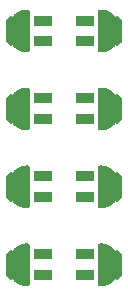
<source format=gbr>
%TF.GenerationSoftware,KiCad,Pcbnew,(6.0.0)*%
%TF.CreationDate,2022-12-15T23:51:33-05:00*%
%TF.ProjectId,Adafruit LED Sequin-WithRails,41646166-7275-4697-9420-4c4544205365,rev?*%
%TF.SameCoordinates,Original*%
%TF.FileFunction,Soldermask,Top*%
%TF.FilePolarity,Negative*%
%FSLAX46Y46*%
G04 Gerber Fmt 4.6, Leading zero omitted, Abs format (unit mm)*
G04 Created by KiCad (PCBNEW (6.0.0)) date 2022-12-15 23:51:33*
%MOMM*%
%LPD*%
G01*
G04 APERTURE LIST*
%ADD10C,0.500000*%
%ADD11R,1.600000X0.850000*%
G04 APERTURE END LIST*
D10*
%TO.C,REF\u002A\u002A*%
X45536719Y-57600002D03*
%TD*%
%TO.C,REF\u002A\u002A*%
X54463274Y-70800011D03*
%TD*%
D11*
%TO.C,D1*%
X48249995Y-62325014D03*
X48249995Y-64075014D03*
X51749995Y-64075014D03*
X51749995Y-62325014D03*
%TD*%
%TO.C,D1*%
X48249995Y-55725005D03*
X48249995Y-57475005D03*
X51749995Y-57475005D03*
X51749995Y-55725005D03*
%TD*%
D10*
%TO.C,REF\u002A\u002A*%
X54599000Y-69800010D03*
%TD*%
%TO.C,REF\u002A\u002A*%
X54463270Y-57600002D03*
%TD*%
%TO.C,REF\u002A\u002A*%
X54463263Y-68800011D03*
%TD*%
%TO.C,REF\u002A\u002A*%
X45536717Y-64200006D03*
%TD*%
%TO.C,REF\u002A\u002A*%
X45536721Y-55600002D03*
%TD*%
D11*
%TO.C,D1*%
X48249995Y-68925023D03*
X48249995Y-70675023D03*
X51749995Y-70675023D03*
X51749995Y-68925023D03*
%TD*%
D10*
%TO.C,REF\u002A\u002A*%
X45536721Y-50999998D03*
%TD*%
%TO.C,REF\u002A\u002A*%
X54599000Y-63200006D03*
%TD*%
%TO.C,REF\u002A\u002A*%
X54463268Y-50999998D03*
%TD*%
%TO.C,REF\u002A\u002A*%
X45536723Y-62200006D03*
%TD*%
%TO.C,REF\u002A\u002A*%
X45400997Y-63200006D03*
%TD*%
%TO.C,REF\u002A\u002A*%
X54598997Y-49999998D03*
%TD*%
%TO.C,REF\u002A\u002A*%
X54463270Y-48999998D03*
%TD*%
D11*
%TO.C,D1*%
X48249995Y-49124996D03*
X48249995Y-50874996D03*
X51749995Y-50874996D03*
X51749995Y-49124996D03*
%TD*%
D10*
%TO.C,REF\u002A\u002A*%
X45536726Y-68800011D03*
%TD*%
%TO.C,REF\u002A\u002A*%
X45400997Y-56600002D03*
%TD*%
%TO.C,REF\u002A\u002A*%
X54463266Y-62200006D03*
%TD*%
%TO.C,REF\u002A\u002A*%
X54463272Y-64200006D03*
%TD*%
%TO.C,REF\u002A\u002A*%
X54599000Y-56600002D03*
%TD*%
%TO.C,REF\u002A\u002A*%
X45536715Y-70800011D03*
%TD*%
%TO.C,REF\u002A\u002A*%
X45400997Y-69800010D03*
%TD*%
%TO.C,REF\u002A\u002A*%
X45536719Y-48999998D03*
%TD*%
%TO.C,REF\u002A\u002A*%
X45400997Y-49999998D03*
%TD*%
%TO.C,REF\u002A\u002A*%
X54463268Y-55600002D03*
%TD*%
G36*
X47042116Y-48218998D02*
G01*
X47088609Y-48272654D01*
X47099995Y-48324996D01*
X47099995Y-51675000D01*
X47079993Y-51743121D01*
X47026337Y-51789614D01*
X46973995Y-51801000D01*
X46801668Y-51801000D01*
X46798361Y-51800957D01*
X46729986Y-51799162D01*
X46723410Y-51798817D01*
X46656858Y-51793581D01*
X46650296Y-51792891D01*
X46584131Y-51784181D01*
X46577615Y-51783149D01*
X46511929Y-51770975D01*
X46505473Y-51769603D01*
X46440580Y-51754022D01*
X46434211Y-51752315D01*
X46370207Y-51733356D01*
X46363931Y-51731317D01*
X46301046Y-51709047D01*
X46294890Y-51706684D01*
X46233180Y-51681123D01*
X46227154Y-51678440D01*
X46166962Y-51649730D01*
X46161086Y-51646736D01*
X46102414Y-51614881D01*
X46096700Y-51611582D01*
X46039788Y-51576707D01*
X46034256Y-51573114D01*
X45979199Y-51535275D01*
X45973861Y-51531397D01*
X45920927Y-51490779D01*
X45915798Y-51486626D01*
X45865058Y-51443288D01*
X45860161Y-51438879D01*
X45811761Y-51392952D01*
X45807093Y-51388284D01*
X45761098Y-51339815D01*
X45756683Y-51334911D01*
X45713343Y-51284164D01*
X45709192Y-51279038D01*
X45668555Y-51226077D01*
X45664680Y-51220743D01*
X45626901Y-51165775D01*
X45623307Y-51160241D01*
X45588411Y-51103295D01*
X45585114Y-51097585D01*
X45553280Y-51038956D01*
X45550286Y-51033080D01*
X45542306Y-51016350D01*
X45531322Y-51004094D01*
X45516927Y-50999998D01*
X45225995Y-50999998D01*
X45157874Y-50979996D01*
X45111381Y-50926340D01*
X45099995Y-50873998D01*
X45099995Y-49125998D01*
X45119997Y-49057877D01*
X45173653Y-49011384D01*
X45225995Y-48999998D01*
X45516388Y-48999998D01*
X45532174Y-48995363D01*
X45542071Y-48984131D01*
X45550283Y-48966917D01*
X45553276Y-48961044D01*
X45585110Y-48902413D01*
X45588407Y-48896702D01*
X45623283Y-48839787D01*
X45626875Y-48834255D01*
X45664677Y-48779250D01*
X45668556Y-48773912D01*
X45709193Y-48720952D01*
X45713342Y-48715827D01*
X45756690Y-48665070D01*
X45761105Y-48660167D01*
X45807041Y-48611759D01*
X45811706Y-48607094D01*
X45860132Y-48561138D01*
X45865033Y-48556725D01*
X45915796Y-48513367D01*
X45920924Y-48509214D01*
X45973869Y-48468587D01*
X45979204Y-48464711D01*
X46034206Y-48426907D01*
X46039742Y-48423312D01*
X46096695Y-48388412D01*
X46102408Y-48385113D01*
X46161090Y-48353252D01*
X46166970Y-48350257D01*
X46227193Y-48321534D01*
X46233217Y-48318852D01*
X46294909Y-48293299D01*
X46301069Y-48290934D01*
X46363968Y-48268662D01*
X46370241Y-48266624D01*
X46434252Y-48247664D01*
X46440623Y-48245957D01*
X46505475Y-48230388D01*
X46511923Y-48229017D01*
X46577561Y-48216850D01*
X46584077Y-48215818D01*
X46650261Y-48207103D01*
X46656822Y-48206414D01*
X46723348Y-48201177D01*
X46729937Y-48200831D01*
X46798353Y-48199039D01*
X46801652Y-48198996D01*
X46973995Y-48198996D01*
X47042116Y-48218998D01*
G37*
G36*
X47042115Y-61419015D02*
G01*
X47088608Y-61472670D01*
X47099995Y-61525013D01*
X47099995Y-64875001D01*
X47079993Y-64943122D01*
X47026337Y-64989615D01*
X46973994Y-65001001D01*
X46801620Y-65001000D01*
X46798345Y-65000957D01*
X46730017Y-64999180D01*
X46723410Y-64998835D01*
X46656858Y-64993599D01*
X46650296Y-64992909D01*
X46584131Y-64984199D01*
X46577615Y-64983167D01*
X46511933Y-64970994D01*
X46505480Y-64969623D01*
X46440622Y-64954052D01*
X46434252Y-64952345D01*
X46370241Y-64933385D01*
X46363968Y-64931347D01*
X46301067Y-64909074D01*
X46294905Y-64906709D01*
X46233179Y-64881141D01*
X46227151Y-64878457D01*
X46166910Y-64849722D01*
X46161034Y-64846727D01*
X46102366Y-64814872D01*
X46096652Y-64811573D01*
X46039750Y-64776702D01*
X46034220Y-64773111D01*
X45979255Y-64735335D01*
X45973917Y-64731457D01*
X45920909Y-64690782D01*
X45915781Y-64686629D01*
X45865033Y-64643284D01*
X45860132Y-64638871D01*
X45811714Y-64592923D01*
X45807050Y-64588259D01*
X45761135Y-64539874D01*
X45756724Y-64534975D01*
X45713379Y-64484227D01*
X45709225Y-64479097D01*
X45668551Y-64426089D01*
X45664673Y-64420751D01*
X45626876Y-64365754D01*
X45623283Y-64360222D01*
X45588407Y-64303307D01*
X45585111Y-64297597D01*
X45553281Y-64238975D01*
X45550286Y-64233098D01*
X45542301Y-64216358D01*
X45531319Y-64204103D01*
X45516922Y-64200006D01*
X45225995Y-64200006D01*
X45157874Y-64180004D01*
X45111381Y-64126348D01*
X45099995Y-64074006D01*
X45099995Y-62326006D01*
X45119997Y-62257885D01*
X45173653Y-62211392D01*
X45225995Y-62200006D01*
X45516393Y-62200006D01*
X45532178Y-62195371D01*
X45542077Y-62184138D01*
X45550279Y-62166943D01*
X45553272Y-62161069D01*
X45585110Y-62102431D01*
X45588407Y-62096720D01*
X45623283Y-62039805D01*
X45626876Y-62034273D01*
X45664673Y-61979276D01*
X45668551Y-61973938D01*
X45709225Y-61920930D01*
X45713379Y-61915800D01*
X45756724Y-61865052D01*
X45761137Y-61860151D01*
X45807085Y-61811733D01*
X45811749Y-61807069D01*
X45860134Y-61761154D01*
X45865033Y-61756743D01*
X45915781Y-61713398D01*
X45920909Y-61709245D01*
X45973917Y-61668570D01*
X45979255Y-61664692D01*
X46034220Y-61626916D01*
X46039750Y-61623325D01*
X46096652Y-61588454D01*
X46102366Y-61585155D01*
X46161034Y-61553300D01*
X46166910Y-61550305D01*
X46227151Y-61521570D01*
X46233179Y-61518886D01*
X46294905Y-61493318D01*
X46301067Y-61490953D01*
X46363968Y-61468680D01*
X46370241Y-61466642D01*
X46434252Y-61447682D01*
X46440622Y-61445975D01*
X46505480Y-61430404D01*
X46511933Y-61429033D01*
X46577615Y-61416860D01*
X46584131Y-61415828D01*
X46650296Y-61407118D01*
X46656858Y-61406428D01*
X46723410Y-61401192D01*
X46729995Y-61400847D01*
X46798352Y-61399057D01*
X46801649Y-61399014D01*
X46973994Y-61399013D01*
X47042115Y-61419015D01*
G37*
G36*
X47042116Y-54819007D02*
G01*
X47088609Y-54872663D01*
X47099995Y-54925005D01*
X47099995Y-58275000D01*
X47079993Y-58343121D01*
X47026337Y-58389614D01*
X46973995Y-58401000D01*
X46801645Y-58401000D01*
X46798354Y-58400957D01*
X46730002Y-58399171D01*
X46723410Y-58398826D01*
X46656858Y-58393590D01*
X46650296Y-58392900D01*
X46584131Y-58384190D01*
X46577615Y-58383158D01*
X46511933Y-58370985D01*
X46505480Y-58369614D01*
X46440622Y-58354043D01*
X46434252Y-58352336D01*
X46370241Y-58333376D01*
X46363968Y-58331338D01*
X46301067Y-58309065D01*
X46294905Y-58306700D01*
X46233179Y-58281132D01*
X46227151Y-58278448D01*
X46166910Y-58249713D01*
X46161034Y-58246718D01*
X46102366Y-58214863D01*
X46096652Y-58211564D01*
X46039750Y-58176693D01*
X46034220Y-58173102D01*
X45979255Y-58135326D01*
X45973917Y-58131448D01*
X45920909Y-58090773D01*
X45915781Y-58086620D01*
X45865033Y-58043275D01*
X45860132Y-58038862D01*
X45811714Y-57992914D01*
X45807050Y-57988250D01*
X45761135Y-57939865D01*
X45756724Y-57934966D01*
X45713379Y-57884218D01*
X45709225Y-57879088D01*
X45668551Y-57826080D01*
X45664673Y-57820742D01*
X45626876Y-57765745D01*
X45623283Y-57760213D01*
X45588407Y-57703298D01*
X45585110Y-57697587D01*
X45553276Y-57638956D01*
X45550283Y-57633083D01*
X45542303Y-57616354D01*
X45531320Y-57604099D01*
X45516924Y-57600002D01*
X45225995Y-57600002D01*
X45157874Y-57580000D01*
X45111381Y-57526344D01*
X45099995Y-57474002D01*
X45099995Y-55726002D01*
X45119997Y-55657881D01*
X45173653Y-55611388D01*
X45225995Y-55600002D01*
X45516390Y-55600002D01*
X45532177Y-55595367D01*
X45542074Y-55584135D01*
X45550286Y-55566920D01*
X45553280Y-55561045D01*
X45585111Y-55502421D01*
X45588407Y-55496711D01*
X45623283Y-55439796D01*
X45626876Y-55434264D01*
X45664673Y-55379267D01*
X45668551Y-55373929D01*
X45709225Y-55320921D01*
X45713379Y-55315791D01*
X45756724Y-55265043D01*
X45761137Y-55260142D01*
X45807085Y-55211724D01*
X45811749Y-55207060D01*
X45860134Y-55161145D01*
X45865033Y-55156734D01*
X45915796Y-55113376D01*
X45920924Y-55109223D01*
X45973869Y-55068596D01*
X45979204Y-55064720D01*
X46034206Y-55026916D01*
X46039742Y-55023321D01*
X46096695Y-54988421D01*
X46102408Y-54985122D01*
X46161085Y-54953264D01*
X46166962Y-54950270D01*
X46227158Y-54921558D01*
X46233182Y-54918876D01*
X46294843Y-54893334D01*
X46301000Y-54890970D01*
X46363936Y-54868681D01*
X46370213Y-54866642D01*
X46434252Y-54847673D01*
X46440626Y-54845965D01*
X46505514Y-54830388D01*
X46511967Y-54829016D01*
X46577622Y-54816849D01*
X46584135Y-54815818D01*
X46650258Y-54807113D01*
X46656815Y-54806424D01*
X46723347Y-54801186D01*
X46729937Y-54800840D01*
X46798352Y-54799048D01*
X46801651Y-54799005D01*
X46973995Y-54799005D01*
X47042116Y-54819007D01*
G37*
G36*
X53201637Y-54799043D02*
G01*
X53270061Y-54800840D01*
X53276642Y-54801186D01*
X53343174Y-54806424D01*
X53349731Y-54807113D01*
X53415854Y-54815818D01*
X53422367Y-54816849D01*
X53488022Y-54829016D01*
X53494475Y-54830388D01*
X53559363Y-54845965D01*
X53565737Y-54847673D01*
X53629776Y-54866642D01*
X53636053Y-54868681D01*
X53698989Y-54890970D01*
X53705146Y-54893334D01*
X53766807Y-54918876D01*
X53772831Y-54921558D01*
X53833027Y-54950270D01*
X53838904Y-54953264D01*
X53897581Y-54985122D01*
X53903294Y-54988421D01*
X53960240Y-55023317D01*
X53965774Y-55026911D01*
X54020742Y-55064690D01*
X54026076Y-55068565D01*
X54079037Y-55109202D01*
X54084163Y-55113352D01*
X54134920Y-55156700D01*
X54139823Y-55161115D01*
X54188229Y-55207049D01*
X54192896Y-55211716D01*
X54238891Y-55260185D01*
X54243306Y-55265089D01*
X54286646Y-55315836D01*
X54290797Y-55320962D01*
X54331434Y-55373923D01*
X54335309Y-55379257D01*
X54373088Y-55434225D01*
X54376682Y-55439759D01*
X54411578Y-55496705D01*
X54414875Y-55502415D01*
X54446709Y-55561044D01*
X54449703Y-55566920D01*
X54457683Y-55583650D01*
X54468667Y-55595906D01*
X54483062Y-55600002D01*
X54773995Y-55600002D01*
X54842116Y-55620004D01*
X54888609Y-55673660D01*
X54899995Y-55726002D01*
X54899995Y-57474002D01*
X54879993Y-57542123D01*
X54826337Y-57588616D01*
X54773995Y-57600002D01*
X54483601Y-57600002D01*
X54467815Y-57604637D01*
X54457918Y-57615869D01*
X54449706Y-57633083D01*
X54446713Y-57638956D01*
X54414876Y-57697592D01*
X54411578Y-57703304D01*
X54376682Y-57760250D01*
X54373088Y-57765784D01*
X54335309Y-57820752D01*
X54331434Y-57826086D01*
X54290797Y-57879047D01*
X54286647Y-57884173D01*
X54243299Y-57934930D01*
X54238884Y-57939833D01*
X54192950Y-57988239D01*
X54188283Y-57992906D01*
X54139820Y-58038895D01*
X54134920Y-58043307D01*
X54084190Y-58086636D01*
X54079062Y-58090788D01*
X54026128Y-58131406D01*
X54020790Y-58135284D01*
X53965733Y-58173123D01*
X53960201Y-58176716D01*
X53903289Y-58211591D01*
X53897575Y-58214890D01*
X53838903Y-58246745D01*
X53833027Y-58249739D01*
X53772835Y-58278449D01*
X53766809Y-58281132D01*
X53705099Y-58306693D01*
X53698943Y-58309056D01*
X53636058Y-58331326D01*
X53629782Y-58333365D01*
X53565778Y-58352324D01*
X53559409Y-58354031D01*
X53494516Y-58369612D01*
X53488061Y-58370984D01*
X53422377Y-58383158D01*
X53415861Y-58384190D01*
X53349731Y-58392896D01*
X53343174Y-58393585D01*
X53276642Y-58398823D01*
X53270052Y-58399169D01*
X53201636Y-58400961D01*
X53198337Y-58401004D01*
X53025995Y-58401004D01*
X52957874Y-58381002D01*
X52911381Y-58327346D01*
X52899995Y-58275004D01*
X52899995Y-54925000D01*
X52919997Y-54856879D01*
X52973653Y-54810386D01*
X53025995Y-54799000D01*
X53198329Y-54799000D01*
X53201637Y-54799043D01*
G37*
G36*
X47042115Y-68019024D02*
G01*
X47088608Y-68072679D01*
X47099995Y-68125022D01*
X47099995Y-71475001D01*
X47079993Y-71543122D01*
X47026337Y-71589615D01*
X46973994Y-71601001D01*
X46801636Y-71601000D01*
X46798378Y-71600958D01*
X46730015Y-71599189D01*
X46723392Y-71598843D01*
X46656865Y-71593609D01*
X46650299Y-71592919D01*
X46584072Y-71584199D01*
X46577559Y-71583167D01*
X46511974Y-71571012D01*
X46505524Y-71569641D01*
X46440633Y-71554064D01*
X46434258Y-71552356D01*
X46370253Y-71533397D01*
X46363979Y-71531359D01*
X46301003Y-71509058D01*
X46294843Y-71506693D01*
X46233182Y-71481151D01*
X46227158Y-71478469D01*
X46166962Y-71449757D01*
X46161085Y-71446763D01*
X46102408Y-71414905D01*
X46096695Y-71411606D01*
X46039742Y-71376706D01*
X46034206Y-71373111D01*
X45979219Y-71335317D01*
X45973886Y-71331442D01*
X45920945Y-71290820D01*
X45915819Y-71286670D01*
X45865068Y-71243326D01*
X45860166Y-71238912D01*
X45811760Y-71192978D01*
X45807093Y-71188311D01*
X45761098Y-71139842D01*
X45756683Y-71134938D01*
X45713343Y-71084191D01*
X45709192Y-71079065D01*
X45668555Y-71026104D01*
X45664680Y-71020770D01*
X45626901Y-70965802D01*
X45623307Y-70960268D01*
X45588411Y-70903322D01*
X45585113Y-70897611D01*
X45553272Y-70838968D01*
X45550279Y-70833093D01*
X45542298Y-70816362D01*
X45531317Y-70804108D01*
X45516920Y-70800011D01*
X45225995Y-70800011D01*
X45157874Y-70780009D01*
X45111381Y-70726353D01*
X45099995Y-70674011D01*
X45099995Y-68926011D01*
X45119997Y-68857890D01*
X45173653Y-68811397D01*
X45225995Y-68800011D01*
X45516395Y-68800011D01*
X45532180Y-68795376D01*
X45542079Y-68784143D01*
X45550279Y-68766952D01*
X45553272Y-68761077D01*
X45585113Y-68702434D01*
X45588411Y-68696723D01*
X45623307Y-68639777D01*
X45626901Y-68634243D01*
X45664680Y-68579275D01*
X45668555Y-68573941D01*
X45709192Y-68520980D01*
X45713343Y-68515854D01*
X45756683Y-68465107D01*
X45761098Y-68460203D01*
X45807093Y-68411734D01*
X45811760Y-68407067D01*
X45860166Y-68361133D01*
X45865068Y-68356719D01*
X45915819Y-68313375D01*
X45920945Y-68309224D01*
X45973877Y-68268609D01*
X45979213Y-68264733D01*
X46034255Y-68226904D01*
X46039788Y-68223311D01*
X46096700Y-68188436D01*
X46102414Y-68185137D01*
X46161086Y-68153282D01*
X46166962Y-68150288D01*
X46227154Y-68121578D01*
X46233180Y-68118895D01*
X46294890Y-68093334D01*
X46301046Y-68090971D01*
X46363931Y-68068701D01*
X46370207Y-68066662D01*
X46434201Y-68047706D01*
X46440573Y-68045998D01*
X46505526Y-68030404D01*
X46511981Y-68029032D01*
X46577624Y-68016867D01*
X46584138Y-68015836D01*
X46650293Y-68007127D01*
X46656853Y-68006437D01*
X46723363Y-68001203D01*
X46729948Y-68000858D01*
X46798351Y-67999066D01*
X46801650Y-67999023D01*
X46973994Y-67999022D01*
X47042115Y-68019024D01*
G37*
G36*
X53201646Y-48199043D02*
G01*
X53270046Y-48200831D01*
X53276642Y-48201177D01*
X53343174Y-48206415D01*
X53349731Y-48207104D01*
X53415854Y-48215809D01*
X53422367Y-48216840D01*
X53488022Y-48229007D01*
X53494475Y-48230379D01*
X53559363Y-48245956D01*
X53565737Y-48247664D01*
X53629776Y-48266633D01*
X53636053Y-48268672D01*
X53698989Y-48290961D01*
X53705146Y-48293325D01*
X53766807Y-48318867D01*
X53772831Y-48321549D01*
X53833027Y-48350261D01*
X53838904Y-48353255D01*
X53897581Y-48385113D01*
X53903294Y-48388412D01*
X53960240Y-48423308D01*
X53965774Y-48426902D01*
X54020742Y-48464681D01*
X54026076Y-48468556D01*
X54079037Y-48509193D01*
X54084163Y-48513343D01*
X54134920Y-48556691D01*
X54139823Y-48561106D01*
X54188229Y-48607040D01*
X54192896Y-48611707D01*
X54238891Y-48660176D01*
X54243306Y-48665080D01*
X54286646Y-48715827D01*
X54290797Y-48720953D01*
X54331434Y-48773914D01*
X54335309Y-48779248D01*
X54373088Y-48834216D01*
X54376682Y-48839750D01*
X54411578Y-48896696D01*
X54414876Y-48902408D01*
X54446713Y-48961044D01*
X54449706Y-48966917D01*
X54457686Y-48983646D01*
X54468669Y-48995901D01*
X54483065Y-48999998D01*
X54773995Y-48999998D01*
X54842116Y-49020000D01*
X54888609Y-49073656D01*
X54899995Y-49125998D01*
X54899995Y-50873998D01*
X54879993Y-50942119D01*
X54826337Y-50988612D01*
X54773995Y-50999998D01*
X54483599Y-50999998D01*
X54467812Y-51004633D01*
X54457915Y-51015865D01*
X54449703Y-51033080D01*
X54446709Y-51038955D01*
X54414878Y-51097579D01*
X54411582Y-51103289D01*
X54376706Y-51160204D01*
X54373113Y-51165736D01*
X54335316Y-51220733D01*
X54331438Y-51226071D01*
X54290764Y-51279079D01*
X54286610Y-51284209D01*
X54243265Y-51334957D01*
X54238852Y-51339858D01*
X54192904Y-51388276D01*
X54188240Y-51392940D01*
X54139855Y-51438855D01*
X54134956Y-51443266D01*
X54084208Y-51486611D01*
X54079080Y-51490764D01*
X54026072Y-51531439D01*
X54020734Y-51535317D01*
X53965769Y-51573093D01*
X53960239Y-51576684D01*
X53903337Y-51611555D01*
X53897623Y-51614854D01*
X53838955Y-51646709D01*
X53833079Y-51649704D01*
X53772838Y-51678439D01*
X53766810Y-51681123D01*
X53705084Y-51706691D01*
X53698922Y-51709056D01*
X53636021Y-51731329D01*
X53629748Y-51733367D01*
X53565737Y-51752327D01*
X53559367Y-51754034D01*
X53494509Y-51769605D01*
X53488056Y-51770976D01*
X53422374Y-51783149D01*
X53415858Y-51784181D01*
X53349693Y-51792891D01*
X53343131Y-51793581D01*
X53276579Y-51798817D01*
X53269994Y-51799162D01*
X53201637Y-51800952D01*
X53198339Y-51800995D01*
X53025995Y-51800995D01*
X52957874Y-51780993D01*
X52911381Y-51727337D01*
X52899995Y-51674995D01*
X52899995Y-48325000D01*
X52919997Y-48256879D01*
X52973653Y-48210386D01*
X53025995Y-48199000D01*
X53198353Y-48199000D01*
X53201646Y-48199043D01*
G37*
G36*
X53201661Y-67999044D02*
G01*
X53270014Y-68000855D01*
X53276560Y-68001199D01*
X53343125Y-68006436D01*
X53349690Y-68007126D01*
X53415909Y-68015845D01*
X53422424Y-68016877D01*
X53488067Y-68029044D01*
X53494521Y-68030416D01*
X53559409Y-68045996D01*
X53565778Y-68047703D01*
X53629782Y-68066662D01*
X53636058Y-68068701D01*
X53698943Y-68090971D01*
X53705099Y-68093334D01*
X53766809Y-68118895D01*
X53772838Y-68121579D01*
X53833079Y-68150314D01*
X53838955Y-68153309D01*
X53897623Y-68185164D01*
X53903337Y-68188463D01*
X53960239Y-68223334D01*
X53965770Y-68226926D01*
X54020742Y-68264708D01*
X54026076Y-68268583D01*
X54079028Y-68309213D01*
X54084156Y-68313366D01*
X54134957Y-68356754D01*
X54139861Y-68361169D01*
X54188283Y-68407121D01*
X54192948Y-68411786D01*
X54238884Y-68460194D01*
X54243299Y-68465097D01*
X54286647Y-68515854D01*
X54290797Y-68520980D01*
X54331434Y-68573941D01*
X54335309Y-68579275D01*
X54373088Y-68634243D01*
X54376682Y-68639777D01*
X54411578Y-68696723D01*
X54414877Y-68702436D01*
X54446739Y-68761120D01*
X54449733Y-68766998D01*
X54457679Y-68783658D01*
X54468660Y-68795913D01*
X54483059Y-68800011D01*
X54773995Y-68800011D01*
X54842116Y-68820013D01*
X54888609Y-68873669D01*
X54899995Y-68926011D01*
X54899995Y-70674011D01*
X54879993Y-70742132D01*
X54826337Y-70788625D01*
X54773995Y-70800011D01*
X54483605Y-70800011D01*
X54467820Y-70804646D01*
X54457921Y-70815879D01*
X54449710Y-70833093D01*
X54446717Y-70838967D01*
X54414879Y-70897605D01*
X54411582Y-70903316D01*
X54376706Y-70960231D01*
X54373113Y-70965763D01*
X54335316Y-71020760D01*
X54331438Y-71026098D01*
X54290764Y-71079106D01*
X54286610Y-71084236D01*
X54243265Y-71134984D01*
X54238852Y-71139885D01*
X54192904Y-71188303D01*
X54188240Y-71192967D01*
X54139859Y-71238878D01*
X54134957Y-71243291D01*
X54084156Y-71286679D01*
X54079028Y-71290832D01*
X54026076Y-71331462D01*
X54020742Y-71335337D01*
X53965770Y-71373119D01*
X53960239Y-71376711D01*
X53903337Y-71411582D01*
X53897623Y-71414881D01*
X53838955Y-71446736D01*
X53833079Y-71449731D01*
X53772838Y-71478466D01*
X53766809Y-71481150D01*
X53705099Y-71506711D01*
X53698943Y-71509074D01*
X53636058Y-71531344D01*
X53629782Y-71533383D01*
X53565778Y-71552342D01*
X53559409Y-71554049D01*
X53494521Y-71569629D01*
X53488067Y-71571001D01*
X53422424Y-71583168D01*
X53415909Y-71584200D01*
X53349690Y-71592919D01*
X53343124Y-71593609D01*
X53276578Y-71598844D01*
X53269994Y-71599189D01*
X53201637Y-71600979D01*
X53198338Y-71601022D01*
X53025994Y-71601021D01*
X52957874Y-71581019D01*
X52911381Y-71527363D01*
X52899995Y-71475021D01*
X52899995Y-68125001D01*
X52919997Y-68056880D01*
X52973653Y-68010387D01*
X53025994Y-67999001D01*
X53198323Y-67999000D01*
X53201661Y-67999044D01*
G37*
G36*
X53201668Y-61399044D02*
G01*
X53269999Y-61400846D01*
X53276560Y-61401190D01*
X53343125Y-61406427D01*
X53349690Y-61407117D01*
X53415909Y-61415836D01*
X53422425Y-61416868D01*
X53488065Y-61429035D01*
X53494514Y-61430406D01*
X53559366Y-61445975D01*
X53565738Y-61447682D01*
X53629735Y-61466638D01*
X53636010Y-61468677D01*
X53698986Y-61490978D01*
X53705146Y-61493343D01*
X53766807Y-61518885D01*
X53772831Y-61521567D01*
X53833027Y-61550279D01*
X53838903Y-61553273D01*
X53897575Y-61585128D01*
X53903289Y-61588427D01*
X53960201Y-61623302D01*
X53965733Y-61626895D01*
X54020790Y-61664734D01*
X54026128Y-61668612D01*
X54079062Y-61709230D01*
X54084191Y-61713383D01*
X54134931Y-61756721D01*
X54139828Y-61761130D01*
X54188228Y-61807057D01*
X54192896Y-61811725D01*
X54238891Y-61860194D01*
X54243306Y-61865098D01*
X54286646Y-61915845D01*
X54290797Y-61920971D01*
X54331434Y-61973932D01*
X54335309Y-61979266D01*
X54373088Y-62034234D01*
X54376682Y-62039768D01*
X54411578Y-62096714D01*
X54414876Y-62102425D01*
X54446717Y-62161068D01*
X54449710Y-62166943D01*
X54457682Y-62183655D01*
X54468663Y-62195909D01*
X54483060Y-62200006D01*
X54773995Y-62200006D01*
X54842116Y-62220008D01*
X54888609Y-62273664D01*
X54899995Y-62326006D01*
X54899995Y-64074006D01*
X54879993Y-64142127D01*
X54826337Y-64188620D01*
X54773995Y-64200006D01*
X54483603Y-64200006D01*
X54467817Y-64204641D01*
X54457919Y-64215873D01*
X54449703Y-64233098D01*
X54446708Y-64238976D01*
X54414875Y-64297603D01*
X54411578Y-64303313D01*
X54376682Y-64360259D01*
X54373088Y-64365793D01*
X54335309Y-64420761D01*
X54331434Y-64426095D01*
X54290797Y-64479056D01*
X54286647Y-64484182D01*
X54243299Y-64534939D01*
X54238884Y-64539842D01*
X54192950Y-64588248D01*
X54188283Y-64592915D01*
X54139820Y-64638904D01*
X54134920Y-64643316D01*
X54084190Y-64686645D01*
X54079062Y-64690797D01*
X54026128Y-64731415D01*
X54020790Y-64735293D01*
X53965733Y-64773132D01*
X53960201Y-64776725D01*
X53903289Y-64811600D01*
X53897575Y-64814899D01*
X53838903Y-64846754D01*
X53833027Y-64849748D01*
X53772835Y-64878458D01*
X53766809Y-64881141D01*
X53705099Y-64906702D01*
X53698943Y-64909065D01*
X53636058Y-64931335D01*
X53629782Y-64933374D01*
X53565778Y-64952333D01*
X53559409Y-64954040D01*
X53494516Y-64969621D01*
X53488061Y-64970993D01*
X53422377Y-64983167D01*
X53415861Y-64984199D01*
X53349731Y-64992905D01*
X53343174Y-64993594D01*
X53276642Y-64998832D01*
X53270052Y-64999178D01*
X53201636Y-65000970D01*
X53198336Y-65001013D01*
X53025994Y-65001012D01*
X52957874Y-64981010D01*
X52911381Y-64927354D01*
X52899995Y-64875012D01*
X52899995Y-61525001D01*
X52919997Y-61456880D01*
X52973653Y-61410387D01*
X53025994Y-61399001D01*
X53198345Y-61399000D01*
X53201668Y-61399044D01*
G37*
M02*

</source>
